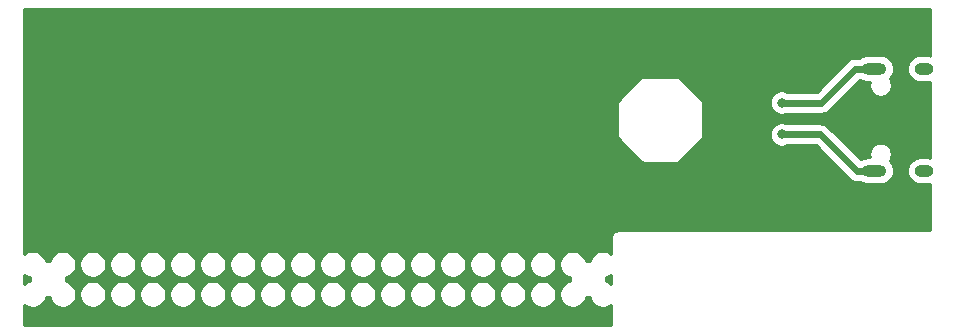
<source format=gbl>
G04 #@! TF.GenerationSoftware,KiCad,Pcbnew,(5.1.5)-3*
G04 #@! TF.CreationDate,2021-11-01T10:18:24+01:00*
G04 #@! TF.ProjectId,rp4b-power-adapter,72703462-2d70-46f7-9765-722d61646170,rev?*
G04 #@! TF.SameCoordinates,PX5f5e100PY6052340*
G04 #@! TF.FileFunction,Copper,L2,Bot*
G04 #@! TF.FilePolarity,Positive*
%FSLAX46Y46*%
G04 Gerber Fmt 4.6, Leading zero omitted, Abs format (unit mm)*
G04 Created by KiCad (PCBNEW (5.1.5)-3) date 2021-11-01 10:18:24*
%MOMM*%
%LPD*%
G04 APERTURE LIST*
%ADD10O,2.100000X1.000000*%
%ADD11O,1.600000X1.000000*%
%ADD12C,0.800000*%
%ADD13C,0.600000*%
%ADD14C,0.400000*%
%ADD15C,0.254000*%
G04 APERTURE END LIST*
D10*
X72620000Y22320000D03*
X72620000Y13680000D03*
D11*
X76800000Y13680000D03*
X76800000Y22320000D03*
D12*
X64800000Y16750000D03*
X64800000Y19450000D03*
D13*
X71170000Y13680000D02*
X72620000Y13680000D01*
D14*
X71120000Y13680000D02*
X71170000Y13680000D01*
D13*
X64800000Y16750000D02*
X68050000Y16750000D01*
X68050000Y16750000D02*
X71120000Y13680000D01*
X64800000Y19450000D02*
X68150000Y19450000D01*
X71020000Y22320000D02*
X72620000Y22320000D01*
X68150000Y19450000D02*
X71020000Y22320000D01*
D15*
G36*
X77345001Y23426526D02*
G01*
X77321519Y23433649D01*
X77155507Y23450000D01*
X76444493Y23450000D01*
X76278481Y23433649D01*
X76065476Y23369035D01*
X75869168Y23264106D01*
X75697104Y23122896D01*
X75555894Y22950832D01*
X75450965Y22754524D01*
X75386351Y22541519D01*
X75364533Y22320000D01*
X75386351Y22098481D01*
X75450965Y21885476D01*
X75555894Y21689168D01*
X75697104Y21517104D01*
X75869168Y21375894D01*
X76065476Y21270965D01*
X76278481Y21206351D01*
X76444493Y21190000D01*
X77155507Y21190000D01*
X77321519Y21206351D01*
X77345001Y21213474D01*
X77345000Y14786526D01*
X77321519Y14793649D01*
X77155507Y14810000D01*
X76444493Y14810000D01*
X76278481Y14793649D01*
X76065476Y14729035D01*
X75869168Y14624106D01*
X75697104Y14482896D01*
X75555894Y14310832D01*
X75450965Y14114524D01*
X75386351Y13901519D01*
X75364533Y13680000D01*
X75386351Y13458481D01*
X75450965Y13245476D01*
X75555894Y13049168D01*
X75697104Y12877104D01*
X75869168Y12735894D01*
X76065476Y12630965D01*
X76278481Y12566351D01*
X76444493Y12550000D01*
X77155507Y12550000D01*
X77321519Y12566351D01*
X77345000Y12573474D01*
X77345000Y8655000D01*
X51032174Y8655000D01*
X51000000Y8658169D01*
X50967826Y8655000D01*
X50871598Y8645522D01*
X50748130Y8608069D01*
X50634341Y8547248D01*
X50534604Y8465396D01*
X50452752Y8365659D01*
X50391931Y8251870D01*
X50354478Y8128402D01*
X50341831Y8000000D01*
X50345001Y7967816D01*
X50345001Y6663318D01*
X50169993Y6780255D01*
X49962526Y6866190D01*
X49742280Y6910000D01*
X49517720Y6910000D01*
X49297474Y6866190D01*
X49090007Y6780255D01*
X48903292Y6655496D01*
X48744504Y6496708D01*
X48619745Y6309993D01*
X48533810Y6102526D01*
X48519053Y6028337D01*
X48510692Y6030000D01*
X48209308Y6030000D01*
X48200947Y6028337D01*
X48186190Y6102526D01*
X48100255Y6309993D01*
X47975496Y6496708D01*
X47816708Y6655496D01*
X47629993Y6780255D01*
X47422526Y6866190D01*
X47202280Y6910000D01*
X46977720Y6910000D01*
X46757474Y6866190D01*
X46550007Y6780255D01*
X46363292Y6655496D01*
X46204504Y6496708D01*
X46079745Y6309993D01*
X45993810Y6102526D01*
X45950000Y5882280D01*
X45950000Y5657720D01*
X45993810Y5437474D01*
X46079745Y5230007D01*
X46204504Y5043292D01*
X46363292Y4884504D01*
X46550007Y4759745D01*
X46757474Y4673810D01*
X46831663Y4659053D01*
X46830000Y4650692D01*
X46830000Y4349308D01*
X46831663Y4340947D01*
X46757474Y4326190D01*
X46550007Y4240255D01*
X46363292Y4115496D01*
X46204504Y3956708D01*
X46079745Y3769993D01*
X45993810Y3562526D01*
X45950000Y3342280D01*
X45950000Y3117720D01*
X45993810Y2897474D01*
X46079745Y2690007D01*
X46204504Y2503292D01*
X46363292Y2344504D01*
X46550007Y2219745D01*
X46757474Y2133810D01*
X46977720Y2090000D01*
X47202280Y2090000D01*
X47422526Y2133810D01*
X47629993Y2219745D01*
X47816708Y2344504D01*
X47975496Y2503292D01*
X48100255Y2690007D01*
X48186190Y2897474D01*
X48200947Y2971663D01*
X48209308Y2970000D01*
X48510692Y2970000D01*
X48519053Y2971663D01*
X48533810Y2897474D01*
X48619745Y2690007D01*
X48744504Y2503292D01*
X48903292Y2344504D01*
X49090007Y2219745D01*
X49297474Y2133810D01*
X49517720Y2090000D01*
X49742280Y2090000D01*
X49962526Y2133810D01*
X50169993Y2219745D01*
X50345000Y2336681D01*
X50345000Y967827D01*
X50345001Y967817D01*
X50345001Y655000D01*
X655000Y655000D01*
X655000Y2336681D01*
X830007Y2219745D01*
X1037474Y2133810D01*
X1257720Y2090000D01*
X1482280Y2090000D01*
X1702526Y2133810D01*
X1909993Y2219745D01*
X2096708Y2344504D01*
X2255496Y2503292D01*
X2380255Y2690007D01*
X2466190Y2897474D01*
X2480947Y2971663D01*
X2489308Y2970000D01*
X2790692Y2970000D01*
X2799053Y2971663D01*
X2813810Y2897474D01*
X2899745Y2690007D01*
X3024504Y2503292D01*
X3183292Y2344504D01*
X3370007Y2219745D01*
X3577474Y2133810D01*
X3797720Y2090000D01*
X4022280Y2090000D01*
X4242526Y2133810D01*
X4449993Y2219745D01*
X4636708Y2344504D01*
X4795496Y2503292D01*
X4920255Y2690007D01*
X5006190Y2897474D01*
X5050000Y3117720D01*
X5050000Y3342280D01*
X5310000Y3342280D01*
X5310000Y3117720D01*
X5353810Y2897474D01*
X5439745Y2690007D01*
X5564504Y2503292D01*
X5723292Y2344504D01*
X5910007Y2219745D01*
X6117474Y2133810D01*
X6337720Y2090000D01*
X6562280Y2090000D01*
X6782526Y2133810D01*
X6989993Y2219745D01*
X7176708Y2344504D01*
X7335496Y2503292D01*
X7460255Y2690007D01*
X7546190Y2897474D01*
X7590000Y3117720D01*
X7590000Y3342280D01*
X7850000Y3342280D01*
X7850000Y3117720D01*
X7893810Y2897474D01*
X7979745Y2690007D01*
X8104504Y2503292D01*
X8263292Y2344504D01*
X8450007Y2219745D01*
X8657474Y2133810D01*
X8877720Y2090000D01*
X9102280Y2090000D01*
X9322526Y2133810D01*
X9529993Y2219745D01*
X9716708Y2344504D01*
X9875496Y2503292D01*
X10000255Y2690007D01*
X10086190Y2897474D01*
X10130000Y3117720D01*
X10130000Y3342280D01*
X10390000Y3342280D01*
X10390000Y3117720D01*
X10433810Y2897474D01*
X10519745Y2690007D01*
X10644504Y2503292D01*
X10803292Y2344504D01*
X10990007Y2219745D01*
X11197474Y2133810D01*
X11417720Y2090000D01*
X11642280Y2090000D01*
X11862526Y2133810D01*
X12069993Y2219745D01*
X12256708Y2344504D01*
X12415496Y2503292D01*
X12540255Y2690007D01*
X12626190Y2897474D01*
X12670000Y3117720D01*
X12670000Y3342280D01*
X12930000Y3342280D01*
X12930000Y3117720D01*
X12973810Y2897474D01*
X13059745Y2690007D01*
X13184504Y2503292D01*
X13343292Y2344504D01*
X13530007Y2219745D01*
X13737474Y2133810D01*
X13957720Y2090000D01*
X14182280Y2090000D01*
X14402526Y2133810D01*
X14609993Y2219745D01*
X14796708Y2344504D01*
X14955496Y2503292D01*
X15080255Y2690007D01*
X15166190Y2897474D01*
X15210000Y3117720D01*
X15210000Y3342280D01*
X15470000Y3342280D01*
X15470000Y3117720D01*
X15513810Y2897474D01*
X15599745Y2690007D01*
X15724504Y2503292D01*
X15883292Y2344504D01*
X16070007Y2219745D01*
X16277474Y2133810D01*
X16497720Y2090000D01*
X16722280Y2090000D01*
X16942526Y2133810D01*
X17149993Y2219745D01*
X17336708Y2344504D01*
X17495496Y2503292D01*
X17620255Y2690007D01*
X17706190Y2897474D01*
X17750000Y3117720D01*
X17750000Y3342280D01*
X18010000Y3342280D01*
X18010000Y3117720D01*
X18053810Y2897474D01*
X18139745Y2690007D01*
X18264504Y2503292D01*
X18423292Y2344504D01*
X18610007Y2219745D01*
X18817474Y2133810D01*
X19037720Y2090000D01*
X19262280Y2090000D01*
X19482526Y2133810D01*
X19689993Y2219745D01*
X19876708Y2344504D01*
X20035496Y2503292D01*
X20160255Y2690007D01*
X20246190Y2897474D01*
X20290000Y3117720D01*
X20290000Y3342280D01*
X20550000Y3342280D01*
X20550000Y3117720D01*
X20593810Y2897474D01*
X20679745Y2690007D01*
X20804504Y2503292D01*
X20963292Y2344504D01*
X21150007Y2219745D01*
X21357474Y2133810D01*
X21577720Y2090000D01*
X21802280Y2090000D01*
X22022526Y2133810D01*
X22229993Y2219745D01*
X22416708Y2344504D01*
X22575496Y2503292D01*
X22700255Y2690007D01*
X22786190Y2897474D01*
X22830000Y3117720D01*
X22830000Y3342280D01*
X23090000Y3342280D01*
X23090000Y3117720D01*
X23133810Y2897474D01*
X23219745Y2690007D01*
X23344504Y2503292D01*
X23503292Y2344504D01*
X23690007Y2219745D01*
X23897474Y2133810D01*
X24117720Y2090000D01*
X24342280Y2090000D01*
X24562526Y2133810D01*
X24769993Y2219745D01*
X24956708Y2344504D01*
X25115496Y2503292D01*
X25240255Y2690007D01*
X25326190Y2897474D01*
X25370000Y3117720D01*
X25370000Y3342280D01*
X25630000Y3342280D01*
X25630000Y3117720D01*
X25673810Y2897474D01*
X25759745Y2690007D01*
X25884504Y2503292D01*
X26043292Y2344504D01*
X26230007Y2219745D01*
X26437474Y2133810D01*
X26657720Y2090000D01*
X26882280Y2090000D01*
X27102526Y2133810D01*
X27309993Y2219745D01*
X27496708Y2344504D01*
X27655496Y2503292D01*
X27780255Y2690007D01*
X27866190Y2897474D01*
X27910000Y3117720D01*
X27910000Y3342280D01*
X28170000Y3342280D01*
X28170000Y3117720D01*
X28213810Y2897474D01*
X28299745Y2690007D01*
X28424504Y2503292D01*
X28583292Y2344504D01*
X28770007Y2219745D01*
X28977474Y2133810D01*
X29197720Y2090000D01*
X29422280Y2090000D01*
X29642526Y2133810D01*
X29849993Y2219745D01*
X30036708Y2344504D01*
X30195496Y2503292D01*
X30320255Y2690007D01*
X30406190Y2897474D01*
X30450000Y3117720D01*
X30450000Y3342280D01*
X30710000Y3342280D01*
X30710000Y3117720D01*
X30753810Y2897474D01*
X30839745Y2690007D01*
X30964504Y2503292D01*
X31123292Y2344504D01*
X31310007Y2219745D01*
X31517474Y2133810D01*
X31737720Y2090000D01*
X31962280Y2090000D01*
X32182526Y2133810D01*
X32389993Y2219745D01*
X32576708Y2344504D01*
X32735496Y2503292D01*
X32860255Y2690007D01*
X32946190Y2897474D01*
X32990000Y3117720D01*
X32990000Y3342280D01*
X33250000Y3342280D01*
X33250000Y3117720D01*
X33293810Y2897474D01*
X33379745Y2690007D01*
X33504504Y2503292D01*
X33663292Y2344504D01*
X33850007Y2219745D01*
X34057474Y2133810D01*
X34277720Y2090000D01*
X34502280Y2090000D01*
X34722526Y2133810D01*
X34929993Y2219745D01*
X35116708Y2344504D01*
X35275496Y2503292D01*
X35400255Y2690007D01*
X35486190Y2897474D01*
X35530000Y3117720D01*
X35530000Y3342280D01*
X35790000Y3342280D01*
X35790000Y3117720D01*
X35833810Y2897474D01*
X35919745Y2690007D01*
X36044504Y2503292D01*
X36203292Y2344504D01*
X36390007Y2219745D01*
X36597474Y2133810D01*
X36817720Y2090000D01*
X37042280Y2090000D01*
X37262526Y2133810D01*
X37469993Y2219745D01*
X37656708Y2344504D01*
X37815496Y2503292D01*
X37940255Y2690007D01*
X38026190Y2897474D01*
X38070000Y3117720D01*
X38070000Y3342280D01*
X38330000Y3342280D01*
X38330000Y3117720D01*
X38373810Y2897474D01*
X38459745Y2690007D01*
X38584504Y2503292D01*
X38743292Y2344504D01*
X38930007Y2219745D01*
X39137474Y2133810D01*
X39357720Y2090000D01*
X39582280Y2090000D01*
X39802526Y2133810D01*
X40009993Y2219745D01*
X40196708Y2344504D01*
X40355496Y2503292D01*
X40480255Y2690007D01*
X40566190Y2897474D01*
X40610000Y3117720D01*
X40610000Y3342280D01*
X40870000Y3342280D01*
X40870000Y3117720D01*
X40913810Y2897474D01*
X40999745Y2690007D01*
X41124504Y2503292D01*
X41283292Y2344504D01*
X41470007Y2219745D01*
X41677474Y2133810D01*
X41897720Y2090000D01*
X42122280Y2090000D01*
X42342526Y2133810D01*
X42549993Y2219745D01*
X42736708Y2344504D01*
X42895496Y2503292D01*
X43020255Y2690007D01*
X43106190Y2897474D01*
X43150000Y3117720D01*
X43150000Y3342280D01*
X43410000Y3342280D01*
X43410000Y3117720D01*
X43453810Y2897474D01*
X43539745Y2690007D01*
X43664504Y2503292D01*
X43823292Y2344504D01*
X44010007Y2219745D01*
X44217474Y2133810D01*
X44437720Y2090000D01*
X44662280Y2090000D01*
X44882526Y2133810D01*
X45089993Y2219745D01*
X45276708Y2344504D01*
X45435496Y2503292D01*
X45560255Y2690007D01*
X45646190Y2897474D01*
X45690000Y3117720D01*
X45690000Y3342280D01*
X45646190Y3562526D01*
X45560255Y3769993D01*
X45435496Y3956708D01*
X45276708Y4115496D01*
X45089993Y4240255D01*
X44882526Y4326190D01*
X44662280Y4370000D01*
X44437720Y4370000D01*
X44217474Y4326190D01*
X44010007Y4240255D01*
X43823292Y4115496D01*
X43664504Y3956708D01*
X43539745Y3769993D01*
X43453810Y3562526D01*
X43410000Y3342280D01*
X43150000Y3342280D01*
X43106190Y3562526D01*
X43020255Y3769993D01*
X42895496Y3956708D01*
X42736708Y4115496D01*
X42549993Y4240255D01*
X42342526Y4326190D01*
X42122280Y4370000D01*
X41897720Y4370000D01*
X41677474Y4326190D01*
X41470007Y4240255D01*
X41283292Y4115496D01*
X41124504Y3956708D01*
X40999745Y3769993D01*
X40913810Y3562526D01*
X40870000Y3342280D01*
X40610000Y3342280D01*
X40566190Y3562526D01*
X40480255Y3769993D01*
X40355496Y3956708D01*
X40196708Y4115496D01*
X40009993Y4240255D01*
X39802526Y4326190D01*
X39582280Y4370000D01*
X39357720Y4370000D01*
X39137474Y4326190D01*
X38930007Y4240255D01*
X38743292Y4115496D01*
X38584504Y3956708D01*
X38459745Y3769993D01*
X38373810Y3562526D01*
X38330000Y3342280D01*
X38070000Y3342280D01*
X38026190Y3562526D01*
X37940255Y3769993D01*
X37815496Y3956708D01*
X37656708Y4115496D01*
X37469993Y4240255D01*
X37262526Y4326190D01*
X37042280Y4370000D01*
X36817720Y4370000D01*
X36597474Y4326190D01*
X36390007Y4240255D01*
X36203292Y4115496D01*
X36044504Y3956708D01*
X35919745Y3769993D01*
X35833810Y3562526D01*
X35790000Y3342280D01*
X35530000Y3342280D01*
X35486190Y3562526D01*
X35400255Y3769993D01*
X35275496Y3956708D01*
X35116708Y4115496D01*
X34929993Y4240255D01*
X34722526Y4326190D01*
X34502280Y4370000D01*
X34277720Y4370000D01*
X34057474Y4326190D01*
X33850007Y4240255D01*
X33663292Y4115496D01*
X33504504Y3956708D01*
X33379745Y3769993D01*
X33293810Y3562526D01*
X33250000Y3342280D01*
X32990000Y3342280D01*
X32946190Y3562526D01*
X32860255Y3769993D01*
X32735496Y3956708D01*
X32576708Y4115496D01*
X32389993Y4240255D01*
X32182526Y4326190D01*
X31962280Y4370000D01*
X31737720Y4370000D01*
X31517474Y4326190D01*
X31310007Y4240255D01*
X31123292Y4115496D01*
X30964504Y3956708D01*
X30839745Y3769993D01*
X30753810Y3562526D01*
X30710000Y3342280D01*
X30450000Y3342280D01*
X30406190Y3562526D01*
X30320255Y3769993D01*
X30195496Y3956708D01*
X30036708Y4115496D01*
X29849993Y4240255D01*
X29642526Y4326190D01*
X29422280Y4370000D01*
X29197720Y4370000D01*
X28977474Y4326190D01*
X28770007Y4240255D01*
X28583292Y4115496D01*
X28424504Y3956708D01*
X28299745Y3769993D01*
X28213810Y3562526D01*
X28170000Y3342280D01*
X27910000Y3342280D01*
X27866190Y3562526D01*
X27780255Y3769993D01*
X27655496Y3956708D01*
X27496708Y4115496D01*
X27309993Y4240255D01*
X27102526Y4326190D01*
X26882280Y4370000D01*
X26657720Y4370000D01*
X26437474Y4326190D01*
X26230007Y4240255D01*
X26043292Y4115496D01*
X25884504Y3956708D01*
X25759745Y3769993D01*
X25673810Y3562526D01*
X25630000Y3342280D01*
X25370000Y3342280D01*
X25326190Y3562526D01*
X25240255Y3769993D01*
X25115496Y3956708D01*
X24956708Y4115496D01*
X24769993Y4240255D01*
X24562526Y4326190D01*
X24342280Y4370000D01*
X24117720Y4370000D01*
X23897474Y4326190D01*
X23690007Y4240255D01*
X23503292Y4115496D01*
X23344504Y3956708D01*
X23219745Y3769993D01*
X23133810Y3562526D01*
X23090000Y3342280D01*
X22830000Y3342280D01*
X22786190Y3562526D01*
X22700255Y3769993D01*
X22575496Y3956708D01*
X22416708Y4115496D01*
X22229993Y4240255D01*
X22022526Y4326190D01*
X21802280Y4370000D01*
X21577720Y4370000D01*
X21357474Y4326190D01*
X21150007Y4240255D01*
X20963292Y4115496D01*
X20804504Y3956708D01*
X20679745Y3769993D01*
X20593810Y3562526D01*
X20550000Y3342280D01*
X20290000Y3342280D01*
X20246190Y3562526D01*
X20160255Y3769993D01*
X20035496Y3956708D01*
X19876708Y4115496D01*
X19689993Y4240255D01*
X19482526Y4326190D01*
X19262280Y4370000D01*
X19037720Y4370000D01*
X18817474Y4326190D01*
X18610007Y4240255D01*
X18423292Y4115496D01*
X18264504Y3956708D01*
X18139745Y3769993D01*
X18053810Y3562526D01*
X18010000Y3342280D01*
X17750000Y3342280D01*
X17706190Y3562526D01*
X17620255Y3769993D01*
X17495496Y3956708D01*
X17336708Y4115496D01*
X17149993Y4240255D01*
X16942526Y4326190D01*
X16722280Y4370000D01*
X16497720Y4370000D01*
X16277474Y4326190D01*
X16070007Y4240255D01*
X15883292Y4115496D01*
X15724504Y3956708D01*
X15599745Y3769993D01*
X15513810Y3562526D01*
X15470000Y3342280D01*
X15210000Y3342280D01*
X15166190Y3562526D01*
X15080255Y3769993D01*
X14955496Y3956708D01*
X14796708Y4115496D01*
X14609993Y4240255D01*
X14402526Y4326190D01*
X14182280Y4370000D01*
X13957720Y4370000D01*
X13737474Y4326190D01*
X13530007Y4240255D01*
X13343292Y4115496D01*
X13184504Y3956708D01*
X13059745Y3769993D01*
X12973810Y3562526D01*
X12930000Y3342280D01*
X12670000Y3342280D01*
X12626190Y3562526D01*
X12540255Y3769993D01*
X12415496Y3956708D01*
X12256708Y4115496D01*
X12069993Y4240255D01*
X11862526Y4326190D01*
X11642280Y4370000D01*
X11417720Y4370000D01*
X11197474Y4326190D01*
X10990007Y4240255D01*
X10803292Y4115496D01*
X10644504Y3956708D01*
X10519745Y3769993D01*
X10433810Y3562526D01*
X10390000Y3342280D01*
X10130000Y3342280D01*
X10086190Y3562526D01*
X10000255Y3769993D01*
X9875496Y3956708D01*
X9716708Y4115496D01*
X9529993Y4240255D01*
X9322526Y4326190D01*
X9102280Y4370000D01*
X8877720Y4370000D01*
X8657474Y4326190D01*
X8450007Y4240255D01*
X8263292Y4115496D01*
X8104504Y3956708D01*
X7979745Y3769993D01*
X7893810Y3562526D01*
X7850000Y3342280D01*
X7590000Y3342280D01*
X7546190Y3562526D01*
X7460255Y3769993D01*
X7335496Y3956708D01*
X7176708Y4115496D01*
X6989993Y4240255D01*
X6782526Y4326190D01*
X6562280Y4370000D01*
X6337720Y4370000D01*
X6117474Y4326190D01*
X5910007Y4240255D01*
X5723292Y4115496D01*
X5564504Y3956708D01*
X5439745Y3769993D01*
X5353810Y3562526D01*
X5310000Y3342280D01*
X5050000Y3342280D01*
X5006190Y3562526D01*
X4920255Y3769993D01*
X4795496Y3956708D01*
X4636708Y4115496D01*
X4449993Y4240255D01*
X4242526Y4326190D01*
X4168337Y4340947D01*
X4170000Y4349308D01*
X4170000Y4650692D01*
X4168337Y4659053D01*
X4242526Y4673810D01*
X4449993Y4759745D01*
X4636708Y4884504D01*
X4795496Y5043292D01*
X4920255Y5230007D01*
X5006190Y5437474D01*
X5050000Y5657720D01*
X5050000Y5882280D01*
X5310000Y5882280D01*
X5310000Y5657720D01*
X5353810Y5437474D01*
X5439745Y5230007D01*
X5564504Y5043292D01*
X5723292Y4884504D01*
X5910007Y4759745D01*
X6117474Y4673810D01*
X6337720Y4630000D01*
X6562280Y4630000D01*
X6782526Y4673810D01*
X6989993Y4759745D01*
X7176708Y4884504D01*
X7335496Y5043292D01*
X7460255Y5230007D01*
X7546190Y5437474D01*
X7590000Y5657720D01*
X7590000Y5882280D01*
X7850000Y5882280D01*
X7850000Y5657720D01*
X7893810Y5437474D01*
X7979745Y5230007D01*
X8104504Y5043292D01*
X8263292Y4884504D01*
X8450007Y4759745D01*
X8657474Y4673810D01*
X8877720Y4630000D01*
X9102280Y4630000D01*
X9322526Y4673810D01*
X9529993Y4759745D01*
X9716708Y4884504D01*
X9875496Y5043292D01*
X10000255Y5230007D01*
X10086190Y5437474D01*
X10130000Y5657720D01*
X10130000Y5882280D01*
X10390000Y5882280D01*
X10390000Y5657720D01*
X10433810Y5437474D01*
X10519745Y5230007D01*
X10644504Y5043292D01*
X10803292Y4884504D01*
X10990007Y4759745D01*
X11197474Y4673810D01*
X11417720Y4630000D01*
X11642280Y4630000D01*
X11862526Y4673810D01*
X12069993Y4759745D01*
X12256708Y4884504D01*
X12415496Y5043292D01*
X12540255Y5230007D01*
X12626190Y5437474D01*
X12670000Y5657720D01*
X12670000Y5882280D01*
X12930000Y5882280D01*
X12930000Y5657720D01*
X12973810Y5437474D01*
X13059745Y5230007D01*
X13184504Y5043292D01*
X13343292Y4884504D01*
X13530007Y4759745D01*
X13737474Y4673810D01*
X13957720Y4630000D01*
X14182280Y4630000D01*
X14402526Y4673810D01*
X14609993Y4759745D01*
X14796708Y4884504D01*
X14955496Y5043292D01*
X15080255Y5230007D01*
X15166190Y5437474D01*
X15210000Y5657720D01*
X15210000Y5882280D01*
X15470000Y5882280D01*
X15470000Y5657720D01*
X15513810Y5437474D01*
X15599745Y5230007D01*
X15724504Y5043292D01*
X15883292Y4884504D01*
X16070007Y4759745D01*
X16277474Y4673810D01*
X16497720Y4630000D01*
X16722280Y4630000D01*
X16942526Y4673810D01*
X17149993Y4759745D01*
X17336708Y4884504D01*
X17495496Y5043292D01*
X17620255Y5230007D01*
X17706190Y5437474D01*
X17750000Y5657720D01*
X17750000Y5882280D01*
X18010000Y5882280D01*
X18010000Y5657720D01*
X18053810Y5437474D01*
X18139745Y5230007D01*
X18264504Y5043292D01*
X18423292Y4884504D01*
X18610007Y4759745D01*
X18817474Y4673810D01*
X19037720Y4630000D01*
X19262280Y4630000D01*
X19482526Y4673810D01*
X19689993Y4759745D01*
X19876708Y4884504D01*
X20035496Y5043292D01*
X20160255Y5230007D01*
X20246190Y5437474D01*
X20290000Y5657720D01*
X20290000Y5882280D01*
X20550000Y5882280D01*
X20550000Y5657720D01*
X20593810Y5437474D01*
X20679745Y5230007D01*
X20804504Y5043292D01*
X20963292Y4884504D01*
X21150007Y4759745D01*
X21357474Y4673810D01*
X21577720Y4630000D01*
X21802280Y4630000D01*
X22022526Y4673810D01*
X22229993Y4759745D01*
X22416708Y4884504D01*
X22575496Y5043292D01*
X22700255Y5230007D01*
X22786190Y5437474D01*
X22830000Y5657720D01*
X22830000Y5882280D01*
X23090000Y5882280D01*
X23090000Y5657720D01*
X23133810Y5437474D01*
X23219745Y5230007D01*
X23344504Y5043292D01*
X23503292Y4884504D01*
X23690007Y4759745D01*
X23897474Y4673810D01*
X24117720Y4630000D01*
X24342280Y4630000D01*
X24562526Y4673810D01*
X24769993Y4759745D01*
X24956708Y4884504D01*
X25115496Y5043292D01*
X25240255Y5230007D01*
X25326190Y5437474D01*
X25370000Y5657720D01*
X25370000Y5882280D01*
X25630000Y5882280D01*
X25630000Y5657720D01*
X25673810Y5437474D01*
X25759745Y5230007D01*
X25884504Y5043292D01*
X26043292Y4884504D01*
X26230007Y4759745D01*
X26437474Y4673810D01*
X26657720Y4630000D01*
X26882280Y4630000D01*
X27102526Y4673810D01*
X27309993Y4759745D01*
X27496708Y4884504D01*
X27655496Y5043292D01*
X27780255Y5230007D01*
X27866190Y5437474D01*
X27910000Y5657720D01*
X27910000Y5882280D01*
X28170000Y5882280D01*
X28170000Y5657720D01*
X28213810Y5437474D01*
X28299745Y5230007D01*
X28424504Y5043292D01*
X28583292Y4884504D01*
X28770007Y4759745D01*
X28977474Y4673810D01*
X29197720Y4630000D01*
X29422280Y4630000D01*
X29642526Y4673810D01*
X29849993Y4759745D01*
X30036708Y4884504D01*
X30195496Y5043292D01*
X30320255Y5230007D01*
X30406190Y5437474D01*
X30450000Y5657720D01*
X30450000Y5882280D01*
X30710000Y5882280D01*
X30710000Y5657720D01*
X30753810Y5437474D01*
X30839745Y5230007D01*
X30964504Y5043292D01*
X31123292Y4884504D01*
X31310007Y4759745D01*
X31517474Y4673810D01*
X31737720Y4630000D01*
X31962280Y4630000D01*
X32182526Y4673810D01*
X32389993Y4759745D01*
X32576708Y4884504D01*
X32735496Y5043292D01*
X32860255Y5230007D01*
X32946190Y5437474D01*
X32990000Y5657720D01*
X32990000Y5882280D01*
X33250000Y5882280D01*
X33250000Y5657720D01*
X33293810Y5437474D01*
X33379745Y5230007D01*
X33504504Y5043292D01*
X33663292Y4884504D01*
X33850007Y4759745D01*
X34057474Y4673810D01*
X34277720Y4630000D01*
X34502280Y4630000D01*
X34722526Y4673810D01*
X34929993Y4759745D01*
X35116708Y4884504D01*
X35275496Y5043292D01*
X35400255Y5230007D01*
X35486190Y5437474D01*
X35530000Y5657720D01*
X35530000Y5882280D01*
X35790000Y5882280D01*
X35790000Y5657720D01*
X35833810Y5437474D01*
X35919745Y5230007D01*
X36044504Y5043292D01*
X36203292Y4884504D01*
X36390007Y4759745D01*
X36597474Y4673810D01*
X36817720Y4630000D01*
X37042280Y4630000D01*
X37262526Y4673810D01*
X37469993Y4759745D01*
X37656708Y4884504D01*
X37815496Y5043292D01*
X37940255Y5230007D01*
X38026190Y5437474D01*
X38070000Y5657720D01*
X38070000Y5882280D01*
X38330000Y5882280D01*
X38330000Y5657720D01*
X38373810Y5437474D01*
X38459745Y5230007D01*
X38584504Y5043292D01*
X38743292Y4884504D01*
X38930007Y4759745D01*
X39137474Y4673810D01*
X39357720Y4630000D01*
X39582280Y4630000D01*
X39802526Y4673810D01*
X40009993Y4759745D01*
X40196708Y4884504D01*
X40355496Y5043292D01*
X40480255Y5230007D01*
X40566190Y5437474D01*
X40610000Y5657720D01*
X40610000Y5882280D01*
X40870000Y5882280D01*
X40870000Y5657720D01*
X40913810Y5437474D01*
X40999745Y5230007D01*
X41124504Y5043292D01*
X41283292Y4884504D01*
X41470007Y4759745D01*
X41677474Y4673810D01*
X41897720Y4630000D01*
X42122280Y4630000D01*
X42342526Y4673810D01*
X42549993Y4759745D01*
X42736708Y4884504D01*
X42895496Y5043292D01*
X43020255Y5230007D01*
X43106190Y5437474D01*
X43150000Y5657720D01*
X43150000Y5882280D01*
X43410000Y5882280D01*
X43410000Y5657720D01*
X43453810Y5437474D01*
X43539745Y5230007D01*
X43664504Y5043292D01*
X43823292Y4884504D01*
X44010007Y4759745D01*
X44217474Y4673810D01*
X44437720Y4630000D01*
X44662280Y4630000D01*
X44882526Y4673810D01*
X45089993Y4759745D01*
X45276708Y4884504D01*
X45435496Y5043292D01*
X45560255Y5230007D01*
X45646190Y5437474D01*
X45690000Y5657720D01*
X45690000Y5882280D01*
X45646190Y6102526D01*
X45560255Y6309993D01*
X45435496Y6496708D01*
X45276708Y6655496D01*
X45089993Y6780255D01*
X44882526Y6866190D01*
X44662280Y6910000D01*
X44437720Y6910000D01*
X44217474Y6866190D01*
X44010007Y6780255D01*
X43823292Y6655496D01*
X43664504Y6496708D01*
X43539745Y6309993D01*
X43453810Y6102526D01*
X43410000Y5882280D01*
X43150000Y5882280D01*
X43106190Y6102526D01*
X43020255Y6309993D01*
X42895496Y6496708D01*
X42736708Y6655496D01*
X42549993Y6780255D01*
X42342526Y6866190D01*
X42122280Y6910000D01*
X41897720Y6910000D01*
X41677474Y6866190D01*
X41470007Y6780255D01*
X41283292Y6655496D01*
X41124504Y6496708D01*
X40999745Y6309993D01*
X40913810Y6102526D01*
X40870000Y5882280D01*
X40610000Y5882280D01*
X40566190Y6102526D01*
X40480255Y6309993D01*
X40355496Y6496708D01*
X40196708Y6655496D01*
X40009993Y6780255D01*
X39802526Y6866190D01*
X39582280Y6910000D01*
X39357720Y6910000D01*
X39137474Y6866190D01*
X38930007Y6780255D01*
X38743292Y6655496D01*
X38584504Y6496708D01*
X38459745Y6309993D01*
X38373810Y6102526D01*
X38330000Y5882280D01*
X38070000Y5882280D01*
X38026190Y6102526D01*
X37940255Y6309993D01*
X37815496Y6496708D01*
X37656708Y6655496D01*
X37469993Y6780255D01*
X37262526Y6866190D01*
X37042280Y6910000D01*
X36817720Y6910000D01*
X36597474Y6866190D01*
X36390007Y6780255D01*
X36203292Y6655496D01*
X36044504Y6496708D01*
X35919745Y6309993D01*
X35833810Y6102526D01*
X35790000Y5882280D01*
X35530000Y5882280D01*
X35486190Y6102526D01*
X35400255Y6309993D01*
X35275496Y6496708D01*
X35116708Y6655496D01*
X34929993Y6780255D01*
X34722526Y6866190D01*
X34502280Y6910000D01*
X34277720Y6910000D01*
X34057474Y6866190D01*
X33850007Y6780255D01*
X33663292Y6655496D01*
X33504504Y6496708D01*
X33379745Y6309993D01*
X33293810Y6102526D01*
X33250000Y5882280D01*
X32990000Y5882280D01*
X32946190Y6102526D01*
X32860255Y6309993D01*
X32735496Y6496708D01*
X32576708Y6655496D01*
X32389993Y6780255D01*
X32182526Y6866190D01*
X31962280Y6910000D01*
X31737720Y6910000D01*
X31517474Y6866190D01*
X31310007Y6780255D01*
X31123292Y6655496D01*
X30964504Y6496708D01*
X30839745Y6309993D01*
X30753810Y6102526D01*
X30710000Y5882280D01*
X30450000Y5882280D01*
X30406190Y6102526D01*
X30320255Y6309993D01*
X30195496Y6496708D01*
X30036708Y6655496D01*
X29849993Y6780255D01*
X29642526Y6866190D01*
X29422280Y6910000D01*
X29197720Y6910000D01*
X28977474Y6866190D01*
X28770007Y6780255D01*
X28583292Y6655496D01*
X28424504Y6496708D01*
X28299745Y6309993D01*
X28213810Y6102526D01*
X28170000Y5882280D01*
X27910000Y5882280D01*
X27866190Y6102526D01*
X27780255Y6309993D01*
X27655496Y6496708D01*
X27496708Y6655496D01*
X27309993Y6780255D01*
X27102526Y6866190D01*
X26882280Y6910000D01*
X26657720Y6910000D01*
X26437474Y6866190D01*
X26230007Y6780255D01*
X26043292Y6655496D01*
X25884504Y6496708D01*
X25759745Y6309993D01*
X25673810Y6102526D01*
X25630000Y5882280D01*
X25370000Y5882280D01*
X25326190Y6102526D01*
X25240255Y6309993D01*
X25115496Y6496708D01*
X24956708Y6655496D01*
X24769993Y6780255D01*
X24562526Y6866190D01*
X24342280Y6910000D01*
X24117720Y6910000D01*
X23897474Y6866190D01*
X23690007Y6780255D01*
X23503292Y6655496D01*
X23344504Y6496708D01*
X23219745Y6309993D01*
X23133810Y6102526D01*
X23090000Y5882280D01*
X22830000Y5882280D01*
X22786190Y6102526D01*
X22700255Y6309993D01*
X22575496Y6496708D01*
X22416708Y6655496D01*
X22229993Y6780255D01*
X22022526Y6866190D01*
X21802280Y6910000D01*
X21577720Y6910000D01*
X21357474Y6866190D01*
X21150007Y6780255D01*
X20963292Y6655496D01*
X20804504Y6496708D01*
X20679745Y6309993D01*
X20593810Y6102526D01*
X20550000Y5882280D01*
X20290000Y5882280D01*
X20246190Y6102526D01*
X20160255Y6309993D01*
X20035496Y6496708D01*
X19876708Y6655496D01*
X19689993Y6780255D01*
X19482526Y6866190D01*
X19262280Y6910000D01*
X19037720Y6910000D01*
X18817474Y6866190D01*
X18610007Y6780255D01*
X18423292Y6655496D01*
X18264504Y6496708D01*
X18139745Y6309993D01*
X18053810Y6102526D01*
X18010000Y5882280D01*
X17750000Y5882280D01*
X17706190Y6102526D01*
X17620255Y6309993D01*
X17495496Y6496708D01*
X17336708Y6655496D01*
X17149993Y6780255D01*
X16942526Y6866190D01*
X16722280Y6910000D01*
X16497720Y6910000D01*
X16277474Y6866190D01*
X16070007Y6780255D01*
X15883292Y6655496D01*
X15724504Y6496708D01*
X15599745Y6309993D01*
X15513810Y6102526D01*
X15470000Y5882280D01*
X15210000Y5882280D01*
X15166190Y6102526D01*
X15080255Y6309993D01*
X14955496Y6496708D01*
X14796708Y6655496D01*
X14609993Y6780255D01*
X14402526Y6866190D01*
X14182280Y6910000D01*
X13957720Y6910000D01*
X13737474Y6866190D01*
X13530007Y6780255D01*
X13343292Y6655496D01*
X13184504Y6496708D01*
X13059745Y6309993D01*
X12973810Y6102526D01*
X12930000Y5882280D01*
X12670000Y5882280D01*
X12626190Y6102526D01*
X12540255Y6309993D01*
X12415496Y6496708D01*
X12256708Y6655496D01*
X12069993Y6780255D01*
X11862526Y6866190D01*
X11642280Y6910000D01*
X11417720Y6910000D01*
X11197474Y6866190D01*
X10990007Y6780255D01*
X10803292Y6655496D01*
X10644504Y6496708D01*
X10519745Y6309993D01*
X10433810Y6102526D01*
X10390000Y5882280D01*
X10130000Y5882280D01*
X10086190Y6102526D01*
X10000255Y6309993D01*
X9875496Y6496708D01*
X9716708Y6655496D01*
X9529993Y6780255D01*
X9322526Y6866190D01*
X9102280Y6910000D01*
X8877720Y6910000D01*
X8657474Y6866190D01*
X8450007Y6780255D01*
X8263292Y6655496D01*
X8104504Y6496708D01*
X7979745Y6309993D01*
X7893810Y6102526D01*
X7850000Y5882280D01*
X7590000Y5882280D01*
X7546190Y6102526D01*
X7460255Y6309993D01*
X7335496Y6496708D01*
X7176708Y6655496D01*
X6989993Y6780255D01*
X6782526Y6866190D01*
X6562280Y6910000D01*
X6337720Y6910000D01*
X6117474Y6866190D01*
X5910007Y6780255D01*
X5723292Y6655496D01*
X5564504Y6496708D01*
X5439745Y6309993D01*
X5353810Y6102526D01*
X5310000Y5882280D01*
X5050000Y5882280D01*
X5006190Y6102526D01*
X4920255Y6309993D01*
X4795496Y6496708D01*
X4636708Y6655496D01*
X4449993Y6780255D01*
X4242526Y6866190D01*
X4022280Y6910000D01*
X3797720Y6910000D01*
X3577474Y6866190D01*
X3370007Y6780255D01*
X3183292Y6655496D01*
X3024504Y6496708D01*
X2899745Y6309993D01*
X2813810Y6102526D01*
X2799053Y6028337D01*
X2790692Y6030000D01*
X2489308Y6030000D01*
X2480947Y6028337D01*
X2466190Y6102526D01*
X2380255Y6309993D01*
X2255496Y6496708D01*
X2096708Y6655496D01*
X1909993Y6780255D01*
X1702526Y6866190D01*
X1482280Y6910000D01*
X1257720Y6910000D01*
X1037474Y6866190D01*
X830007Y6780255D01*
X655000Y6663319D01*
X655000Y19500000D01*
X50873000Y19500000D01*
X50873000Y16500000D01*
X50875440Y16475224D01*
X50882667Y16451399D01*
X50894403Y16429443D01*
X50910197Y16410197D01*
X52910197Y14410197D01*
X52929443Y14394403D01*
X52951399Y14382667D01*
X52975224Y14375440D01*
X53000000Y14373000D01*
X56000000Y14373000D01*
X56024776Y14375440D01*
X56048601Y14382667D01*
X56070557Y14394403D01*
X56089803Y14410197D01*
X58089803Y16410197D01*
X58105597Y16429443D01*
X58117333Y16451399D01*
X58124560Y16475224D01*
X58127000Y16500000D01*
X58127000Y16851446D01*
X63770000Y16851446D01*
X63770000Y16648554D01*
X63809582Y16449560D01*
X63887226Y16262112D01*
X63999947Y16093413D01*
X64143413Y15949947D01*
X64312112Y15837226D01*
X64499560Y15759582D01*
X64698554Y15720000D01*
X64901446Y15720000D01*
X65100440Y15759582D01*
X65246301Y15820000D01*
X67664783Y15820000D01*
X70494691Y12990090D01*
X70600820Y12902992D01*
X70762383Y12816636D01*
X70937688Y12763457D01*
X71120000Y12745501D01*
X71165680Y12750000D01*
X71421980Y12750000D01*
X71439168Y12735894D01*
X71635476Y12630965D01*
X71848481Y12566351D01*
X72014493Y12550000D01*
X73225507Y12550000D01*
X73391519Y12566351D01*
X73604524Y12630965D01*
X73800832Y12735894D01*
X73972896Y12877104D01*
X74114106Y13049168D01*
X74219035Y13245476D01*
X74283649Y13458481D01*
X74305467Y13680000D01*
X74283649Y13901519D01*
X74219035Y14114524D01*
X74114106Y14310832D01*
X73972896Y14482896D01*
X73912610Y14532372D01*
X73996310Y14657638D01*
X74068300Y14831437D01*
X74105000Y15015941D01*
X74105000Y15204059D01*
X74068300Y15388563D01*
X73996310Y15562362D01*
X73891797Y15718777D01*
X73758777Y15851797D01*
X73602362Y15956310D01*
X73428563Y16028300D01*
X73244059Y16065000D01*
X73055941Y16065000D01*
X72871437Y16028300D01*
X72697638Y15956310D01*
X72541223Y15851797D01*
X72408203Y15718777D01*
X72303690Y15562362D01*
X72231700Y15388563D01*
X72195000Y15204059D01*
X72195000Y15015941D01*
X72231700Y14831437D01*
X72240580Y14810000D01*
X72014493Y14810000D01*
X71848481Y14793649D01*
X71635476Y14729035D01*
X71473019Y14642200D01*
X68739921Y17375296D01*
X68710791Y17410791D01*
X68569180Y17527008D01*
X68407617Y17613364D01*
X68232312Y17666543D01*
X68095680Y17680000D01*
X68095679Y17680000D01*
X68050000Y17684499D01*
X68004321Y17680000D01*
X65246301Y17680000D01*
X65100440Y17740418D01*
X64901446Y17780000D01*
X64698554Y17780000D01*
X64499560Y17740418D01*
X64312112Y17662774D01*
X64143413Y17550053D01*
X63999947Y17406587D01*
X63887226Y17237888D01*
X63809582Y17050440D01*
X63770000Y16851446D01*
X58127000Y16851446D01*
X58127000Y19500000D01*
X58124560Y19524776D01*
X58117333Y19548601D01*
X58115813Y19551446D01*
X63770000Y19551446D01*
X63770000Y19348554D01*
X63809582Y19149560D01*
X63887226Y18962112D01*
X63999947Y18793413D01*
X64143413Y18649947D01*
X64312112Y18537226D01*
X64499560Y18459582D01*
X64698554Y18420000D01*
X64901446Y18420000D01*
X65100440Y18459582D01*
X65246301Y18520000D01*
X68104321Y18520000D01*
X68150000Y18515501D01*
X68195679Y18520000D01*
X68195680Y18520000D01*
X68332312Y18533457D01*
X68507617Y18586636D01*
X68669180Y18672992D01*
X68810791Y18789209D01*
X68839921Y18824704D01*
X71405218Y21390000D01*
X71421980Y21390000D01*
X71439168Y21375894D01*
X71635476Y21270965D01*
X71848481Y21206351D01*
X72014493Y21190000D01*
X72240580Y21190000D01*
X72231700Y21168563D01*
X72195000Y20984059D01*
X72195000Y20795941D01*
X72231700Y20611437D01*
X72303690Y20437638D01*
X72408203Y20281223D01*
X72541223Y20148203D01*
X72697638Y20043690D01*
X72871437Y19971700D01*
X73055941Y19935000D01*
X73244059Y19935000D01*
X73428563Y19971700D01*
X73602362Y20043690D01*
X73758777Y20148203D01*
X73891797Y20281223D01*
X73996310Y20437638D01*
X74068300Y20611437D01*
X74105000Y20795941D01*
X74105000Y20984059D01*
X74068300Y21168563D01*
X73996310Y21342362D01*
X73912610Y21467628D01*
X73972896Y21517104D01*
X74114106Y21689168D01*
X74219035Y21885476D01*
X74283649Y22098481D01*
X74305467Y22320000D01*
X74283649Y22541519D01*
X74219035Y22754524D01*
X74114106Y22950832D01*
X73972896Y23122896D01*
X73800832Y23264106D01*
X73604524Y23369035D01*
X73391519Y23433649D01*
X73225507Y23450000D01*
X72014493Y23450000D01*
X71848481Y23433649D01*
X71635476Y23369035D01*
X71439168Y23264106D01*
X71421980Y23250000D01*
X71065679Y23250000D01*
X71020000Y23254499D01*
X70974320Y23250000D01*
X70837688Y23236543D01*
X70662383Y23183364D01*
X70500820Y23097008D01*
X70359209Y22980791D01*
X70330084Y22945302D01*
X67764783Y20380000D01*
X65246301Y20380000D01*
X65100440Y20440418D01*
X64901446Y20480000D01*
X64698554Y20480000D01*
X64499560Y20440418D01*
X64312112Y20362774D01*
X64143413Y20250053D01*
X63999947Y20106587D01*
X63887226Y19937888D01*
X63809582Y19750440D01*
X63770000Y19551446D01*
X58115813Y19551446D01*
X58105597Y19570557D01*
X58089803Y19589803D01*
X56089803Y21589803D01*
X56070557Y21605597D01*
X56048601Y21617333D01*
X56024776Y21624560D01*
X56000000Y21627000D01*
X53000000Y21627000D01*
X52975224Y21624560D01*
X52951399Y21617333D01*
X52929443Y21605597D01*
X52910197Y21589803D01*
X50910197Y19589803D01*
X50894403Y19570557D01*
X50882667Y19548601D01*
X50875440Y19524776D01*
X50873000Y19500000D01*
X655000Y19500000D01*
X655000Y27345000D01*
X77345001Y27345000D01*
X77345001Y23426526D01*
G37*
X77345001Y23426526D02*
X77321519Y23433649D01*
X77155507Y23450000D01*
X76444493Y23450000D01*
X76278481Y23433649D01*
X76065476Y23369035D01*
X75869168Y23264106D01*
X75697104Y23122896D01*
X75555894Y22950832D01*
X75450965Y22754524D01*
X75386351Y22541519D01*
X75364533Y22320000D01*
X75386351Y22098481D01*
X75450965Y21885476D01*
X75555894Y21689168D01*
X75697104Y21517104D01*
X75869168Y21375894D01*
X76065476Y21270965D01*
X76278481Y21206351D01*
X76444493Y21190000D01*
X77155507Y21190000D01*
X77321519Y21206351D01*
X77345001Y21213474D01*
X77345000Y14786526D01*
X77321519Y14793649D01*
X77155507Y14810000D01*
X76444493Y14810000D01*
X76278481Y14793649D01*
X76065476Y14729035D01*
X75869168Y14624106D01*
X75697104Y14482896D01*
X75555894Y14310832D01*
X75450965Y14114524D01*
X75386351Y13901519D01*
X75364533Y13680000D01*
X75386351Y13458481D01*
X75450965Y13245476D01*
X75555894Y13049168D01*
X75697104Y12877104D01*
X75869168Y12735894D01*
X76065476Y12630965D01*
X76278481Y12566351D01*
X76444493Y12550000D01*
X77155507Y12550000D01*
X77321519Y12566351D01*
X77345000Y12573474D01*
X77345000Y8655000D01*
X51032174Y8655000D01*
X51000000Y8658169D01*
X50967826Y8655000D01*
X50871598Y8645522D01*
X50748130Y8608069D01*
X50634341Y8547248D01*
X50534604Y8465396D01*
X50452752Y8365659D01*
X50391931Y8251870D01*
X50354478Y8128402D01*
X50341831Y8000000D01*
X50345001Y7967816D01*
X50345001Y6663318D01*
X50169993Y6780255D01*
X49962526Y6866190D01*
X49742280Y6910000D01*
X49517720Y6910000D01*
X49297474Y6866190D01*
X49090007Y6780255D01*
X48903292Y6655496D01*
X48744504Y6496708D01*
X48619745Y6309993D01*
X48533810Y6102526D01*
X48519053Y6028337D01*
X48510692Y6030000D01*
X48209308Y6030000D01*
X48200947Y6028337D01*
X48186190Y6102526D01*
X48100255Y6309993D01*
X47975496Y6496708D01*
X47816708Y6655496D01*
X47629993Y6780255D01*
X47422526Y6866190D01*
X47202280Y6910000D01*
X46977720Y6910000D01*
X46757474Y6866190D01*
X46550007Y6780255D01*
X46363292Y6655496D01*
X46204504Y6496708D01*
X46079745Y6309993D01*
X45993810Y6102526D01*
X45950000Y5882280D01*
X45950000Y5657720D01*
X45993810Y5437474D01*
X46079745Y5230007D01*
X46204504Y5043292D01*
X46363292Y4884504D01*
X46550007Y4759745D01*
X46757474Y4673810D01*
X46831663Y4659053D01*
X46830000Y4650692D01*
X46830000Y4349308D01*
X46831663Y4340947D01*
X46757474Y4326190D01*
X46550007Y4240255D01*
X46363292Y4115496D01*
X46204504Y3956708D01*
X46079745Y3769993D01*
X45993810Y3562526D01*
X45950000Y3342280D01*
X45950000Y3117720D01*
X45993810Y2897474D01*
X46079745Y2690007D01*
X46204504Y2503292D01*
X46363292Y2344504D01*
X46550007Y2219745D01*
X46757474Y2133810D01*
X46977720Y2090000D01*
X47202280Y2090000D01*
X47422526Y2133810D01*
X47629993Y2219745D01*
X47816708Y2344504D01*
X47975496Y2503292D01*
X48100255Y2690007D01*
X48186190Y2897474D01*
X48200947Y2971663D01*
X48209308Y2970000D01*
X48510692Y2970000D01*
X48519053Y2971663D01*
X48533810Y2897474D01*
X48619745Y2690007D01*
X48744504Y2503292D01*
X48903292Y2344504D01*
X49090007Y2219745D01*
X49297474Y2133810D01*
X49517720Y2090000D01*
X49742280Y2090000D01*
X49962526Y2133810D01*
X50169993Y2219745D01*
X50345000Y2336681D01*
X50345000Y967827D01*
X50345001Y967817D01*
X50345001Y655000D01*
X655000Y655000D01*
X655000Y2336681D01*
X830007Y2219745D01*
X1037474Y2133810D01*
X1257720Y2090000D01*
X1482280Y2090000D01*
X1702526Y2133810D01*
X1909993Y2219745D01*
X2096708Y2344504D01*
X2255496Y2503292D01*
X2380255Y2690007D01*
X2466190Y2897474D01*
X2480947Y2971663D01*
X2489308Y2970000D01*
X2790692Y2970000D01*
X2799053Y2971663D01*
X2813810Y2897474D01*
X2899745Y2690007D01*
X3024504Y2503292D01*
X3183292Y2344504D01*
X3370007Y2219745D01*
X3577474Y2133810D01*
X3797720Y2090000D01*
X4022280Y2090000D01*
X4242526Y2133810D01*
X4449993Y2219745D01*
X4636708Y2344504D01*
X4795496Y2503292D01*
X4920255Y2690007D01*
X5006190Y2897474D01*
X5050000Y3117720D01*
X5050000Y3342280D01*
X5310000Y3342280D01*
X5310000Y3117720D01*
X5353810Y2897474D01*
X5439745Y2690007D01*
X5564504Y2503292D01*
X5723292Y2344504D01*
X5910007Y2219745D01*
X6117474Y2133810D01*
X6337720Y2090000D01*
X6562280Y2090000D01*
X6782526Y2133810D01*
X6989993Y2219745D01*
X7176708Y2344504D01*
X7335496Y2503292D01*
X7460255Y2690007D01*
X7546190Y2897474D01*
X7590000Y3117720D01*
X7590000Y3342280D01*
X7850000Y3342280D01*
X7850000Y3117720D01*
X7893810Y2897474D01*
X7979745Y2690007D01*
X8104504Y2503292D01*
X8263292Y2344504D01*
X8450007Y2219745D01*
X8657474Y2133810D01*
X8877720Y2090000D01*
X9102280Y2090000D01*
X9322526Y2133810D01*
X9529993Y2219745D01*
X9716708Y2344504D01*
X9875496Y2503292D01*
X10000255Y2690007D01*
X10086190Y2897474D01*
X10130000Y3117720D01*
X10130000Y3342280D01*
X10390000Y3342280D01*
X10390000Y3117720D01*
X10433810Y2897474D01*
X10519745Y2690007D01*
X10644504Y2503292D01*
X10803292Y2344504D01*
X10990007Y2219745D01*
X11197474Y2133810D01*
X11417720Y2090000D01*
X11642280Y2090000D01*
X11862526Y2133810D01*
X12069993Y2219745D01*
X12256708Y2344504D01*
X12415496Y2503292D01*
X12540255Y2690007D01*
X12626190Y2897474D01*
X12670000Y3117720D01*
X12670000Y3342280D01*
X12930000Y3342280D01*
X12930000Y3117720D01*
X12973810Y2897474D01*
X13059745Y2690007D01*
X13184504Y2503292D01*
X13343292Y2344504D01*
X13530007Y2219745D01*
X13737474Y2133810D01*
X13957720Y2090000D01*
X14182280Y2090000D01*
X14402526Y2133810D01*
X14609993Y2219745D01*
X14796708Y2344504D01*
X14955496Y2503292D01*
X15080255Y2690007D01*
X15166190Y2897474D01*
X15210000Y3117720D01*
X15210000Y3342280D01*
X15470000Y3342280D01*
X15470000Y3117720D01*
X15513810Y2897474D01*
X15599745Y2690007D01*
X15724504Y2503292D01*
X15883292Y2344504D01*
X16070007Y2219745D01*
X16277474Y2133810D01*
X16497720Y2090000D01*
X16722280Y2090000D01*
X16942526Y2133810D01*
X17149993Y2219745D01*
X17336708Y2344504D01*
X17495496Y2503292D01*
X17620255Y2690007D01*
X17706190Y2897474D01*
X17750000Y3117720D01*
X17750000Y3342280D01*
X18010000Y3342280D01*
X18010000Y3117720D01*
X18053810Y2897474D01*
X18139745Y2690007D01*
X18264504Y2503292D01*
X18423292Y2344504D01*
X18610007Y2219745D01*
X18817474Y2133810D01*
X19037720Y2090000D01*
X19262280Y2090000D01*
X19482526Y2133810D01*
X19689993Y2219745D01*
X19876708Y2344504D01*
X20035496Y2503292D01*
X20160255Y2690007D01*
X20246190Y2897474D01*
X20290000Y3117720D01*
X20290000Y3342280D01*
X20550000Y3342280D01*
X20550000Y3117720D01*
X20593810Y2897474D01*
X20679745Y2690007D01*
X20804504Y2503292D01*
X20963292Y2344504D01*
X21150007Y2219745D01*
X21357474Y2133810D01*
X21577720Y2090000D01*
X21802280Y2090000D01*
X22022526Y2133810D01*
X22229993Y2219745D01*
X22416708Y2344504D01*
X22575496Y2503292D01*
X22700255Y2690007D01*
X22786190Y2897474D01*
X22830000Y3117720D01*
X22830000Y3342280D01*
X23090000Y3342280D01*
X23090000Y3117720D01*
X23133810Y2897474D01*
X23219745Y2690007D01*
X23344504Y2503292D01*
X23503292Y2344504D01*
X23690007Y2219745D01*
X23897474Y2133810D01*
X24117720Y2090000D01*
X24342280Y2090000D01*
X24562526Y2133810D01*
X24769993Y2219745D01*
X24956708Y2344504D01*
X25115496Y2503292D01*
X25240255Y2690007D01*
X25326190Y2897474D01*
X25370000Y3117720D01*
X25370000Y3342280D01*
X25630000Y3342280D01*
X25630000Y3117720D01*
X25673810Y2897474D01*
X25759745Y2690007D01*
X25884504Y2503292D01*
X26043292Y2344504D01*
X26230007Y2219745D01*
X26437474Y2133810D01*
X26657720Y2090000D01*
X26882280Y2090000D01*
X27102526Y2133810D01*
X27309993Y2219745D01*
X27496708Y2344504D01*
X27655496Y2503292D01*
X27780255Y2690007D01*
X27866190Y2897474D01*
X27910000Y3117720D01*
X27910000Y3342280D01*
X28170000Y3342280D01*
X28170000Y3117720D01*
X28213810Y2897474D01*
X28299745Y2690007D01*
X28424504Y2503292D01*
X28583292Y2344504D01*
X28770007Y2219745D01*
X28977474Y2133810D01*
X29197720Y2090000D01*
X29422280Y2090000D01*
X29642526Y2133810D01*
X29849993Y2219745D01*
X30036708Y2344504D01*
X30195496Y2503292D01*
X30320255Y2690007D01*
X30406190Y2897474D01*
X30450000Y3117720D01*
X30450000Y3342280D01*
X30710000Y3342280D01*
X30710000Y3117720D01*
X30753810Y2897474D01*
X30839745Y2690007D01*
X30964504Y2503292D01*
X31123292Y2344504D01*
X31310007Y2219745D01*
X31517474Y2133810D01*
X31737720Y2090000D01*
X31962280Y2090000D01*
X32182526Y2133810D01*
X32389993Y2219745D01*
X32576708Y2344504D01*
X32735496Y2503292D01*
X32860255Y2690007D01*
X32946190Y2897474D01*
X32990000Y3117720D01*
X32990000Y3342280D01*
X33250000Y3342280D01*
X33250000Y3117720D01*
X33293810Y2897474D01*
X33379745Y2690007D01*
X33504504Y2503292D01*
X33663292Y2344504D01*
X33850007Y2219745D01*
X34057474Y2133810D01*
X34277720Y2090000D01*
X34502280Y2090000D01*
X34722526Y2133810D01*
X34929993Y2219745D01*
X35116708Y2344504D01*
X35275496Y2503292D01*
X35400255Y2690007D01*
X35486190Y2897474D01*
X35530000Y3117720D01*
X35530000Y3342280D01*
X35790000Y3342280D01*
X35790000Y3117720D01*
X35833810Y2897474D01*
X35919745Y2690007D01*
X36044504Y2503292D01*
X36203292Y2344504D01*
X36390007Y2219745D01*
X36597474Y2133810D01*
X36817720Y2090000D01*
X37042280Y2090000D01*
X37262526Y2133810D01*
X37469993Y2219745D01*
X37656708Y2344504D01*
X37815496Y2503292D01*
X37940255Y2690007D01*
X38026190Y2897474D01*
X38070000Y3117720D01*
X38070000Y3342280D01*
X38330000Y3342280D01*
X38330000Y3117720D01*
X38373810Y2897474D01*
X38459745Y2690007D01*
X38584504Y2503292D01*
X38743292Y2344504D01*
X38930007Y2219745D01*
X39137474Y2133810D01*
X39357720Y2090000D01*
X39582280Y2090000D01*
X39802526Y2133810D01*
X40009993Y2219745D01*
X40196708Y2344504D01*
X40355496Y2503292D01*
X40480255Y2690007D01*
X40566190Y2897474D01*
X40610000Y3117720D01*
X40610000Y3342280D01*
X40870000Y3342280D01*
X40870000Y3117720D01*
X40913810Y2897474D01*
X40999745Y2690007D01*
X41124504Y2503292D01*
X41283292Y2344504D01*
X41470007Y2219745D01*
X41677474Y2133810D01*
X41897720Y2090000D01*
X42122280Y2090000D01*
X42342526Y2133810D01*
X42549993Y2219745D01*
X42736708Y2344504D01*
X42895496Y2503292D01*
X43020255Y2690007D01*
X43106190Y2897474D01*
X43150000Y3117720D01*
X43150000Y3342280D01*
X43410000Y3342280D01*
X43410000Y3117720D01*
X43453810Y2897474D01*
X43539745Y2690007D01*
X43664504Y2503292D01*
X43823292Y2344504D01*
X44010007Y2219745D01*
X44217474Y2133810D01*
X44437720Y2090000D01*
X44662280Y2090000D01*
X44882526Y2133810D01*
X45089993Y2219745D01*
X45276708Y2344504D01*
X45435496Y2503292D01*
X45560255Y2690007D01*
X45646190Y2897474D01*
X45690000Y3117720D01*
X45690000Y3342280D01*
X45646190Y3562526D01*
X45560255Y3769993D01*
X45435496Y3956708D01*
X45276708Y4115496D01*
X45089993Y4240255D01*
X44882526Y4326190D01*
X44662280Y4370000D01*
X44437720Y4370000D01*
X44217474Y4326190D01*
X44010007Y4240255D01*
X43823292Y4115496D01*
X43664504Y3956708D01*
X43539745Y3769993D01*
X43453810Y3562526D01*
X43410000Y3342280D01*
X43150000Y3342280D01*
X43106190Y3562526D01*
X43020255Y3769993D01*
X42895496Y3956708D01*
X42736708Y4115496D01*
X42549993Y4240255D01*
X42342526Y4326190D01*
X42122280Y4370000D01*
X41897720Y4370000D01*
X41677474Y4326190D01*
X41470007Y4240255D01*
X41283292Y4115496D01*
X41124504Y3956708D01*
X40999745Y3769993D01*
X40913810Y3562526D01*
X40870000Y3342280D01*
X40610000Y3342280D01*
X40566190Y3562526D01*
X40480255Y3769993D01*
X40355496Y3956708D01*
X40196708Y4115496D01*
X40009993Y4240255D01*
X39802526Y4326190D01*
X39582280Y4370000D01*
X39357720Y4370000D01*
X39137474Y4326190D01*
X38930007Y4240255D01*
X38743292Y4115496D01*
X38584504Y3956708D01*
X38459745Y3769993D01*
X38373810Y3562526D01*
X38330000Y3342280D01*
X38070000Y3342280D01*
X38026190Y3562526D01*
X37940255Y3769993D01*
X37815496Y3956708D01*
X37656708Y4115496D01*
X37469993Y4240255D01*
X37262526Y4326190D01*
X37042280Y4370000D01*
X36817720Y4370000D01*
X36597474Y4326190D01*
X36390007Y4240255D01*
X36203292Y4115496D01*
X36044504Y3956708D01*
X35919745Y3769993D01*
X35833810Y3562526D01*
X35790000Y3342280D01*
X35530000Y3342280D01*
X35486190Y3562526D01*
X35400255Y3769993D01*
X35275496Y3956708D01*
X35116708Y4115496D01*
X34929993Y4240255D01*
X34722526Y4326190D01*
X34502280Y4370000D01*
X34277720Y4370000D01*
X34057474Y4326190D01*
X33850007Y4240255D01*
X33663292Y4115496D01*
X33504504Y3956708D01*
X33379745Y3769993D01*
X33293810Y3562526D01*
X33250000Y3342280D01*
X32990000Y3342280D01*
X32946190Y3562526D01*
X32860255Y3769993D01*
X32735496Y3956708D01*
X32576708Y4115496D01*
X32389993Y4240255D01*
X32182526Y4326190D01*
X31962280Y4370000D01*
X31737720Y4370000D01*
X31517474Y4326190D01*
X31310007Y4240255D01*
X31123292Y4115496D01*
X30964504Y3956708D01*
X30839745Y3769993D01*
X30753810Y3562526D01*
X30710000Y3342280D01*
X30450000Y3342280D01*
X30406190Y3562526D01*
X30320255Y3769993D01*
X30195496Y3956708D01*
X30036708Y4115496D01*
X29849993Y4240255D01*
X29642526Y4326190D01*
X29422280Y4370000D01*
X29197720Y4370000D01*
X28977474Y4326190D01*
X28770007Y4240255D01*
X28583292Y4115496D01*
X28424504Y3956708D01*
X28299745Y3769993D01*
X28213810Y3562526D01*
X28170000Y3342280D01*
X27910000Y3342280D01*
X27866190Y3562526D01*
X27780255Y3769993D01*
X27655496Y3956708D01*
X27496708Y4115496D01*
X27309993Y4240255D01*
X27102526Y4326190D01*
X26882280Y4370000D01*
X26657720Y4370000D01*
X26437474Y4326190D01*
X26230007Y4240255D01*
X26043292Y4115496D01*
X25884504Y3956708D01*
X25759745Y3769993D01*
X25673810Y3562526D01*
X25630000Y3342280D01*
X25370000Y3342280D01*
X25326190Y3562526D01*
X25240255Y3769993D01*
X25115496Y3956708D01*
X24956708Y4115496D01*
X24769993Y4240255D01*
X24562526Y4326190D01*
X24342280Y4370000D01*
X24117720Y4370000D01*
X23897474Y4326190D01*
X23690007Y4240255D01*
X23503292Y4115496D01*
X23344504Y3956708D01*
X23219745Y3769993D01*
X23133810Y3562526D01*
X23090000Y3342280D01*
X22830000Y3342280D01*
X22786190Y3562526D01*
X22700255Y3769993D01*
X22575496Y3956708D01*
X22416708Y4115496D01*
X22229993Y4240255D01*
X22022526Y4326190D01*
X21802280Y4370000D01*
X21577720Y4370000D01*
X21357474Y4326190D01*
X21150007Y4240255D01*
X20963292Y4115496D01*
X20804504Y3956708D01*
X20679745Y3769993D01*
X20593810Y3562526D01*
X20550000Y3342280D01*
X20290000Y3342280D01*
X20246190Y3562526D01*
X20160255Y3769993D01*
X20035496Y3956708D01*
X19876708Y4115496D01*
X19689993Y4240255D01*
X19482526Y4326190D01*
X19262280Y4370000D01*
X19037720Y4370000D01*
X18817474Y4326190D01*
X18610007Y4240255D01*
X18423292Y4115496D01*
X18264504Y3956708D01*
X18139745Y3769993D01*
X18053810Y3562526D01*
X18010000Y3342280D01*
X17750000Y3342280D01*
X17706190Y3562526D01*
X17620255Y3769993D01*
X17495496Y3956708D01*
X17336708Y4115496D01*
X17149993Y4240255D01*
X16942526Y4326190D01*
X16722280Y4370000D01*
X16497720Y4370000D01*
X16277474Y4326190D01*
X16070007Y4240255D01*
X15883292Y4115496D01*
X15724504Y3956708D01*
X15599745Y3769993D01*
X15513810Y3562526D01*
X15470000Y3342280D01*
X15210000Y3342280D01*
X15166190Y3562526D01*
X15080255Y3769993D01*
X14955496Y3956708D01*
X14796708Y4115496D01*
X14609993Y4240255D01*
X14402526Y4326190D01*
X14182280Y4370000D01*
X13957720Y4370000D01*
X13737474Y4326190D01*
X13530007Y4240255D01*
X13343292Y4115496D01*
X13184504Y3956708D01*
X13059745Y3769993D01*
X12973810Y3562526D01*
X12930000Y3342280D01*
X12670000Y3342280D01*
X12626190Y3562526D01*
X12540255Y3769993D01*
X12415496Y3956708D01*
X12256708Y4115496D01*
X12069993Y4240255D01*
X11862526Y4326190D01*
X11642280Y4370000D01*
X11417720Y4370000D01*
X11197474Y4326190D01*
X10990007Y4240255D01*
X10803292Y4115496D01*
X10644504Y3956708D01*
X10519745Y3769993D01*
X10433810Y3562526D01*
X10390000Y3342280D01*
X10130000Y3342280D01*
X10086190Y3562526D01*
X10000255Y3769993D01*
X9875496Y3956708D01*
X9716708Y4115496D01*
X9529993Y4240255D01*
X9322526Y4326190D01*
X9102280Y4370000D01*
X8877720Y4370000D01*
X8657474Y4326190D01*
X8450007Y4240255D01*
X8263292Y4115496D01*
X8104504Y3956708D01*
X7979745Y3769993D01*
X7893810Y3562526D01*
X7850000Y3342280D01*
X7590000Y3342280D01*
X7546190Y3562526D01*
X7460255Y3769993D01*
X7335496Y3956708D01*
X7176708Y4115496D01*
X6989993Y4240255D01*
X6782526Y4326190D01*
X6562280Y4370000D01*
X6337720Y4370000D01*
X6117474Y4326190D01*
X5910007Y4240255D01*
X5723292Y4115496D01*
X5564504Y3956708D01*
X5439745Y3769993D01*
X5353810Y3562526D01*
X5310000Y3342280D01*
X5050000Y3342280D01*
X5006190Y3562526D01*
X4920255Y3769993D01*
X4795496Y3956708D01*
X4636708Y4115496D01*
X4449993Y4240255D01*
X4242526Y4326190D01*
X4168337Y4340947D01*
X4170000Y4349308D01*
X4170000Y4650692D01*
X4168337Y4659053D01*
X4242526Y4673810D01*
X4449993Y4759745D01*
X4636708Y4884504D01*
X4795496Y5043292D01*
X4920255Y5230007D01*
X5006190Y5437474D01*
X5050000Y5657720D01*
X5050000Y5882280D01*
X5310000Y5882280D01*
X5310000Y5657720D01*
X5353810Y5437474D01*
X5439745Y5230007D01*
X5564504Y5043292D01*
X5723292Y4884504D01*
X5910007Y4759745D01*
X6117474Y4673810D01*
X6337720Y4630000D01*
X6562280Y4630000D01*
X6782526Y4673810D01*
X6989993Y4759745D01*
X7176708Y4884504D01*
X7335496Y5043292D01*
X7460255Y5230007D01*
X7546190Y5437474D01*
X7590000Y5657720D01*
X7590000Y5882280D01*
X7850000Y5882280D01*
X7850000Y5657720D01*
X7893810Y5437474D01*
X7979745Y5230007D01*
X8104504Y5043292D01*
X8263292Y4884504D01*
X8450007Y4759745D01*
X8657474Y4673810D01*
X8877720Y4630000D01*
X9102280Y4630000D01*
X9322526Y4673810D01*
X9529993Y4759745D01*
X9716708Y4884504D01*
X9875496Y5043292D01*
X10000255Y5230007D01*
X10086190Y5437474D01*
X10130000Y5657720D01*
X10130000Y5882280D01*
X10390000Y5882280D01*
X10390000Y5657720D01*
X10433810Y5437474D01*
X10519745Y5230007D01*
X10644504Y5043292D01*
X10803292Y4884504D01*
X10990007Y4759745D01*
X11197474Y4673810D01*
X11417720Y4630000D01*
X11642280Y4630000D01*
X11862526Y4673810D01*
X12069993Y4759745D01*
X12256708Y4884504D01*
X12415496Y5043292D01*
X12540255Y5230007D01*
X12626190Y5437474D01*
X12670000Y5657720D01*
X12670000Y5882280D01*
X12930000Y5882280D01*
X12930000Y5657720D01*
X12973810Y5437474D01*
X13059745Y5230007D01*
X13184504Y5043292D01*
X13343292Y4884504D01*
X13530007Y4759745D01*
X13737474Y4673810D01*
X13957720Y4630000D01*
X14182280Y4630000D01*
X14402526Y4673810D01*
X14609993Y4759745D01*
X14796708Y4884504D01*
X14955496Y5043292D01*
X15080255Y5230007D01*
X15166190Y5437474D01*
X15210000Y5657720D01*
X15210000Y5882280D01*
X15470000Y5882280D01*
X15470000Y5657720D01*
X15513810Y5437474D01*
X15599745Y5230007D01*
X15724504Y5043292D01*
X15883292Y4884504D01*
X16070007Y4759745D01*
X16277474Y4673810D01*
X16497720Y4630000D01*
X16722280Y4630000D01*
X16942526Y4673810D01*
X17149993Y4759745D01*
X17336708Y4884504D01*
X17495496Y5043292D01*
X17620255Y5230007D01*
X17706190Y5437474D01*
X17750000Y5657720D01*
X17750000Y5882280D01*
X18010000Y5882280D01*
X18010000Y5657720D01*
X18053810Y5437474D01*
X18139745Y5230007D01*
X18264504Y5043292D01*
X18423292Y4884504D01*
X18610007Y4759745D01*
X18817474Y4673810D01*
X19037720Y4630000D01*
X19262280Y4630000D01*
X19482526Y4673810D01*
X19689993Y4759745D01*
X19876708Y4884504D01*
X20035496Y5043292D01*
X20160255Y5230007D01*
X20246190Y5437474D01*
X20290000Y5657720D01*
X20290000Y5882280D01*
X20550000Y5882280D01*
X20550000Y5657720D01*
X20593810Y5437474D01*
X20679745Y5230007D01*
X20804504Y5043292D01*
X20963292Y4884504D01*
X21150007Y4759745D01*
X21357474Y4673810D01*
X21577720Y4630000D01*
X21802280Y4630000D01*
X22022526Y4673810D01*
X22229993Y4759745D01*
X22416708Y4884504D01*
X22575496Y5043292D01*
X22700255Y5230007D01*
X22786190Y5437474D01*
X22830000Y5657720D01*
X22830000Y5882280D01*
X23090000Y5882280D01*
X23090000Y5657720D01*
X23133810Y5437474D01*
X23219745Y5230007D01*
X23344504Y5043292D01*
X23503292Y4884504D01*
X23690007Y4759745D01*
X23897474Y4673810D01*
X24117720Y4630000D01*
X24342280Y4630000D01*
X24562526Y4673810D01*
X24769993Y4759745D01*
X24956708Y4884504D01*
X25115496Y5043292D01*
X25240255Y5230007D01*
X25326190Y5437474D01*
X25370000Y5657720D01*
X25370000Y5882280D01*
X25630000Y5882280D01*
X25630000Y5657720D01*
X25673810Y5437474D01*
X25759745Y5230007D01*
X25884504Y5043292D01*
X26043292Y4884504D01*
X26230007Y4759745D01*
X26437474Y4673810D01*
X26657720Y4630000D01*
X26882280Y4630000D01*
X27102526Y4673810D01*
X27309993Y4759745D01*
X27496708Y4884504D01*
X27655496Y5043292D01*
X27780255Y5230007D01*
X27866190Y5437474D01*
X27910000Y5657720D01*
X27910000Y5882280D01*
X28170000Y5882280D01*
X28170000Y5657720D01*
X28213810Y5437474D01*
X28299745Y5230007D01*
X28424504Y5043292D01*
X28583292Y4884504D01*
X28770007Y4759745D01*
X28977474Y4673810D01*
X29197720Y4630000D01*
X29422280Y4630000D01*
X29642526Y4673810D01*
X29849993Y4759745D01*
X30036708Y4884504D01*
X30195496Y5043292D01*
X30320255Y5230007D01*
X30406190Y5437474D01*
X30450000Y5657720D01*
X30450000Y5882280D01*
X30710000Y5882280D01*
X30710000Y5657720D01*
X30753810Y5437474D01*
X30839745Y5230007D01*
X30964504Y5043292D01*
X31123292Y4884504D01*
X31310007Y4759745D01*
X31517474Y4673810D01*
X31737720Y4630000D01*
X31962280Y4630000D01*
X32182526Y4673810D01*
X32389993Y4759745D01*
X32576708Y4884504D01*
X32735496Y5043292D01*
X32860255Y5230007D01*
X32946190Y5437474D01*
X32990000Y5657720D01*
X32990000Y5882280D01*
X33250000Y5882280D01*
X33250000Y5657720D01*
X33293810Y5437474D01*
X33379745Y5230007D01*
X33504504Y5043292D01*
X33663292Y4884504D01*
X33850007Y4759745D01*
X34057474Y4673810D01*
X34277720Y4630000D01*
X34502280Y4630000D01*
X34722526Y4673810D01*
X34929993Y4759745D01*
X35116708Y4884504D01*
X35275496Y5043292D01*
X35400255Y5230007D01*
X35486190Y5437474D01*
X35530000Y5657720D01*
X35530000Y5882280D01*
X35790000Y5882280D01*
X35790000Y5657720D01*
X35833810Y5437474D01*
X35919745Y5230007D01*
X36044504Y5043292D01*
X36203292Y4884504D01*
X36390007Y4759745D01*
X36597474Y4673810D01*
X36817720Y4630000D01*
X37042280Y4630000D01*
X37262526Y4673810D01*
X37469993Y4759745D01*
X37656708Y4884504D01*
X37815496Y5043292D01*
X37940255Y5230007D01*
X38026190Y5437474D01*
X38070000Y5657720D01*
X38070000Y5882280D01*
X38330000Y5882280D01*
X38330000Y5657720D01*
X38373810Y5437474D01*
X38459745Y5230007D01*
X38584504Y5043292D01*
X38743292Y4884504D01*
X38930007Y4759745D01*
X39137474Y4673810D01*
X39357720Y4630000D01*
X39582280Y4630000D01*
X39802526Y4673810D01*
X40009993Y4759745D01*
X40196708Y4884504D01*
X40355496Y5043292D01*
X40480255Y5230007D01*
X40566190Y5437474D01*
X40610000Y5657720D01*
X40610000Y5882280D01*
X40870000Y5882280D01*
X40870000Y5657720D01*
X40913810Y5437474D01*
X40999745Y5230007D01*
X41124504Y5043292D01*
X41283292Y4884504D01*
X41470007Y4759745D01*
X41677474Y4673810D01*
X41897720Y4630000D01*
X42122280Y4630000D01*
X42342526Y4673810D01*
X42549993Y4759745D01*
X42736708Y4884504D01*
X42895496Y5043292D01*
X43020255Y5230007D01*
X43106190Y5437474D01*
X43150000Y5657720D01*
X43150000Y5882280D01*
X43410000Y5882280D01*
X43410000Y5657720D01*
X43453810Y5437474D01*
X43539745Y5230007D01*
X43664504Y5043292D01*
X43823292Y4884504D01*
X44010007Y4759745D01*
X44217474Y4673810D01*
X44437720Y4630000D01*
X44662280Y4630000D01*
X44882526Y4673810D01*
X45089993Y4759745D01*
X45276708Y4884504D01*
X45435496Y5043292D01*
X45560255Y5230007D01*
X45646190Y5437474D01*
X45690000Y5657720D01*
X45690000Y5882280D01*
X45646190Y6102526D01*
X45560255Y6309993D01*
X45435496Y6496708D01*
X45276708Y6655496D01*
X45089993Y6780255D01*
X44882526Y6866190D01*
X44662280Y6910000D01*
X44437720Y6910000D01*
X44217474Y6866190D01*
X44010007Y6780255D01*
X43823292Y6655496D01*
X43664504Y6496708D01*
X43539745Y6309993D01*
X43453810Y6102526D01*
X43410000Y5882280D01*
X43150000Y5882280D01*
X43106190Y6102526D01*
X43020255Y6309993D01*
X42895496Y6496708D01*
X42736708Y6655496D01*
X42549993Y6780255D01*
X42342526Y6866190D01*
X42122280Y6910000D01*
X41897720Y6910000D01*
X41677474Y6866190D01*
X41470007Y6780255D01*
X41283292Y6655496D01*
X41124504Y6496708D01*
X40999745Y6309993D01*
X40913810Y6102526D01*
X40870000Y5882280D01*
X40610000Y5882280D01*
X40566190Y6102526D01*
X40480255Y6309993D01*
X40355496Y6496708D01*
X40196708Y6655496D01*
X40009993Y6780255D01*
X39802526Y6866190D01*
X39582280Y6910000D01*
X39357720Y6910000D01*
X39137474Y6866190D01*
X38930007Y6780255D01*
X38743292Y6655496D01*
X38584504Y6496708D01*
X38459745Y6309993D01*
X38373810Y6102526D01*
X38330000Y5882280D01*
X38070000Y5882280D01*
X38026190Y6102526D01*
X37940255Y6309993D01*
X37815496Y6496708D01*
X37656708Y6655496D01*
X37469993Y6780255D01*
X37262526Y6866190D01*
X37042280Y6910000D01*
X36817720Y6910000D01*
X36597474Y6866190D01*
X36390007Y6780255D01*
X36203292Y6655496D01*
X36044504Y6496708D01*
X35919745Y6309993D01*
X35833810Y6102526D01*
X35790000Y5882280D01*
X35530000Y5882280D01*
X35486190Y6102526D01*
X35400255Y6309993D01*
X35275496Y6496708D01*
X35116708Y6655496D01*
X34929993Y6780255D01*
X34722526Y6866190D01*
X34502280Y6910000D01*
X34277720Y6910000D01*
X34057474Y6866190D01*
X33850007Y6780255D01*
X33663292Y6655496D01*
X33504504Y6496708D01*
X33379745Y6309993D01*
X33293810Y6102526D01*
X33250000Y5882280D01*
X32990000Y5882280D01*
X32946190Y6102526D01*
X32860255Y6309993D01*
X32735496Y6496708D01*
X32576708Y6655496D01*
X32389993Y6780255D01*
X32182526Y6866190D01*
X31962280Y6910000D01*
X31737720Y6910000D01*
X31517474Y6866190D01*
X31310007Y6780255D01*
X31123292Y6655496D01*
X30964504Y6496708D01*
X30839745Y6309993D01*
X30753810Y6102526D01*
X30710000Y5882280D01*
X30450000Y5882280D01*
X30406190Y6102526D01*
X30320255Y6309993D01*
X30195496Y6496708D01*
X30036708Y6655496D01*
X29849993Y6780255D01*
X29642526Y6866190D01*
X29422280Y6910000D01*
X29197720Y6910000D01*
X28977474Y6866190D01*
X28770007Y6780255D01*
X28583292Y6655496D01*
X28424504Y6496708D01*
X28299745Y6309993D01*
X28213810Y6102526D01*
X28170000Y5882280D01*
X27910000Y5882280D01*
X27866190Y6102526D01*
X27780255Y6309993D01*
X27655496Y6496708D01*
X27496708Y6655496D01*
X27309993Y6780255D01*
X27102526Y6866190D01*
X26882280Y6910000D01*
X26657720Y6910000D01*
X26437474Y6866190D01*
X26230007Y6780255D01*
X26043292Y6655496D01*
X25884504Y6496708D01*
X25759745Y6309993D01*
X25673810Y6102526D01*
X25630000Y5882280D01*
X25370000Y5882280D01*
X25326190Y6102526D01*
X25240255Y6309993D01*
X25115496Y6496708D01*
X24956708Y6655496D01*
X24769993Y6780255D01*
X24562526Y6866190D01*
X24342280Y6910000D01*
X24117720Y6910000D01*
X23897474Y6866190D01*
X23690007Y6780255D01*
X23503292Y6655496D01*
X23344504Y6496708D01*
X23219745Y6309993D01*
X23133810Y6102526D01*
X23090000Y5882280D01*
X22830000Y5882280D01*
X22786190Y6102526D01*
X22700255Y6309993D01*
X22575496Y6496708D01*
X22416708Y6655496D01*
X22229993Y6780255D01*
X22022526Y6866190D01*
X21802280Y6910000D01*
X21577720Y6910000D01*
X21357474Y6866190D01*
X21150007Y6780255D01*
X20963292Y6655496D01*
X20804504Y6496708D01*
X20679745Y6309993D01*
X20593810Y6102526D01*
X20550000Y5882280D01*
X20290000Y5882280D01*
X20246190Y6102526D01*
X20160255Y6309993D01*
X20035496Y6496708D01*
X19876708Y6655496D01*
X19689993Y6780255D01*
X19482526Y6866190D01*
X19262280Y6910000D01*
X19037720Y6910000D01*
X18817474Y6866190D01*
X18610007Y6780255D01*
X18423292Y6655496D01*
X18264504Y6496708D01*
X18139745Y6309993D01*
X18053810Y6102526D01*
X18010000Y5882280D01*
X17750000Y5882280D01*
X17706190Y6102526D01*
X17620255Y6309993D01*
X17495496Y6496708D01*
X17336708Y6655496D01*
X17149993Y6780255D01*
X16942526Y6866190D01*
X16722280Y6910000D01*
X16497720Y6910000D01*
X16277474Y6866190D01*
X16070007Y6780255D01*
X15883292Y6655496D01*
X15724504Y6496708D01*
X15599745Y6309993D01*
X15513810Y6102526D01*
X15470000Y5882280D01*
X15210000Y5882280D01*
X15166190Y6102526D01*
X15080255Y6309993D01*
X14955496Y6496708D01*
X14796708Y6655496D01*
X14609993Y6780255D01*
X14402526Y6866190D01*
X14182280Y6910000D01*
X13957720Y6910000D01*
X13737474Y6866190D01*
X13530007Y6780255D01*
X13343292Y6655496D01*
X13184504Y6496708D01*
X13059745Y6309993D01*
X12973810Y6102526D01*
X12930000Y5882280D01*
X12670000Y5882280D01*
X12626190Y6102526D01*
X12540255Y6309993D01*
X12415496Y6496708D01*
X12256708Y6655496D01*
X12069993Y6780255D01*
X11862526Y6866190D01*
X11642280Y6910000D01*
X11417720Y6910000D01*
X11197474Y6866190D01*
X10990007Y6780255D01*
X10803292Y6655496D01*
X10644504Y6496708D01*
X10519745Y6309993D01*
X10433810Y6102526D01*
X10390000Y5882280D01*
X10130000Y5882280D01*
X10086190Y6102526D01*
X10000255Y6309993D01*
X9875496Y6496708D01*
X9716708Y6655496D01*
X9529993Y6780255D01*
X9322526Y6866190D01*
X9102280Y6910000D01*
X8877720Y6910000D01*
X8657474Y6866190D01*
X8450007Y6780255D01*
X8263292Y6655496D01*
X8104504Y6496708D01*
X7979745Y6309993D01*
X7893810Y6102526D01*
X7850000Y5882280D01*
X7590000Y5882280D01*
X7546190Y6102526D01*
X7460255Y6309993D01*
X7335496Y6496708D01*
X7176708Y6655496D01*
X6989993Y6780255D01*
X6782526Y6866190D01*
X6562280Y6910000D01*
X6337720Y6910000D01*
X6117474Y6866190D01*
X5910007Y6780255D01*
X5723292Y6655496D01*
X5564504Y6496708D01*
X5439745Y6309993D01*
X5353810Y6102526D01*
X5310000Y5882280D01*
X5050000Y5882280D01*
X5006190Y6102526D01*
X4920255Y6309993D01*
X4795496Y6496708D01*
X4636708Y6655496D01*
X4449993Y6780255D01*
X4242526Y6866190D01*
X4022280Y6910000D01*
X3797720Y6910000D01*
X3577474Y6866190D01*
X3370007Y6780255D01*
X3183292Y6655496D01*
X3024504Y6496708D01*
X2899745Y6309993D01*
X2813810Y6102526D01*
X2799053Y6028337D01*
X2790692Y6030000D01*
X2489308Y6030000D01*
X2480947Y6028337D01*
X2466190Y6102526D01*
X2380255Y6309993D01*
X2255496Y6496708D01*
X2096708Y6655496D01*
X1909993Y6780255D01*
X1702526Y6866190D01*
X1482280Y6910000D01*
X1257720Y6910000D01*
X1037474Y6866190D01*
X830007Y6780255D01*
X655000Y6663319D01*
X655000Y19500000D01*
X50873000Y19500000D01*
X50873000Y16500000D01*
X50875440Y16475224D01*
X50882667Y16451399D01*
X50894403Y16429443D01*
X50910197Y16410197D01*
X52910197Y14410197D01*
X52929443Y14394403D01*
X52951399Y14382667D01*
X52975224Y14375440D01*
X53000000Y14373000D01*
X56000000Y14373000D01*
X56024776Y14375440D01*
X56048601Y14382667D01*
X56070557Y14394403D01*
X56089803Y14410197D01*
X58089803Y16410197D01*
X58105597Y16429443D01*
X58117333Y16451399D01*
X58124560Y16475224D01*
X58127000Y16500000D01*
X58127000Y16851446D01*
X63770000Y16851446D01*
X63770000Y16648554D01*
X63809582Y16449560D01*
X63887226Y16262112D01*
X63999947Y16093413D01*
X64143413Y15949947D01*
X64312112Y15837226D01*
X64499560Y15759582D01*
X64698554Y15720000D01*
X64901446Y15720000D01*
X65100440Y15759582D01*
X65246301Y15820000D01*
X67664783Y15820000D01*
X70494691Y12990090D01*
X70600820Y12902992D01*
X70762383Y12816636D01*
X70937688Y12763457D01*
X71120000Y12745501D01*
X71165680Y12750000D01*
X71421980Y12750000D01*
X71439168Y12735894D01*
X71635476Y12630965D01*
X71848481Y12566351D01*
X72014493Y12550000D01*
X73225507Y12550000D01*
X73391519Y12566351D01*
X73604524Y12630965D01*
X73800832Y12735894D01*
X73972896Y12877104D01*
X74114106Y13049168D01*
X74219035Y13245476D01*
X74283649Y13458481D01*
X74305467Y13680000D01*
X74283649Y13901519D01*
X74219035Y14114524D01*
X74114106Y14310832D01*
X73972896Y14482896D01*
X73912610Y14532372D01*
X73996310Y14657638D01*
X74068300Y14831437D01*
X74105000Y15015941D01*
X74105000Y15204059D01*
X74068300Y15388563D01*
X73996310Y15562362D01*
X73891797Y15718777D01*
X73758777Y15851797D01*
X73602362Y15956310D01*
X73428563Y16028300D01*
X73244059Y16065000D01*
X73055941Y16065000D01*
X72871437Y16028300D01*
X72697638Y15956310D01*
X72541223Y15851797D01*
X72408203Y15718777D01*
X72303690Y15562362D01*
X72231700Y15388563D01*
X72195000Y15204059D01*
X72195000Y15015941D01*
X72231700Y14831437D01*
X72240580Y14810000D01*
X72014493Y14810000D01*
X71848481Y14793649D01*
X71635476Y14729035D01*
X71473019Y14642200D01*
X68739921Y17375296D01*
X68710791Y17410791D01*
X68569180Y17527008D01*
X68407617Y17613364D01*
X68232312Y17666543D01*
X68095680Y17680000D01*
X68095679Y17680000D01*
X68050000Y17684499D01*
X68004321Y17680000D01*
X65246301Y17680000D01*
X65100440Y17740418D01*
X64901446Y17780000D01*
X64698554Y17780000D01*
X64499560Y17740418D01*
X64312112Y17662774D01*
X64143413Y17550053D01*
X63999947Y17406587D01*
X63887226Y17237888D01*
X63809582Y17050440D01*
X63770000Y16851446D01*
X58127000Y16851446D01*
X58127000Y19500000D01*
X58124560Y19524776D01*
X58117333Y19548601D01*
X58115813Y19551446D01*
X63770000Y19551446D01*
X63770000Y19348554D01*
X63809582Y19149560D01*
X63887226Y18962112D01*
X63999947Y18793413D01*
X64143413Y18649947D01*
X64312112Y18537226D01*
X64499560Y18459582D01*
X64698554Y18420000D01*
X64901446Y18420000D01*
X65100440Y18459582D01*
X65246301Y18520000D01*
X68104321Y18520000D01*
X68150000Y18515501D01*
X68195679Y18520000D01*
X68195680Y18520000D01*
X68332312Y18533457D01*
X68507617Y18586636D01*
X68669180Y18672992D01*
X68810791Y18789209D01*
X68839921Y18824704D01*
X71405218Y21390000D01*
X71421980Y21390000D01*
X71439168Y21375894D01*
X71635476Y21270965D01*
X71848481Y21206351D01*
X72014493Y21190000D01*
X72240580Y21190000D01*
X72231700Y21168563D01*
X72195000Y20984059D01*
X72195000Y20795941D01*
X72231700Y20611437D01*
X72303690Y20437638D01*
X72408203Y20281223D01*
X72541223Y20148203D01*
X72697638Y20043690D01*
X72871437Y19971700D01*
X73055941Y19935000D01*
X73244059Y19935000D01*
X73428563Y19971700D01*
X73602362Y20043690D01*
X73758777Y20148203D01*
X73891797Y20281223D01*
X73996310Y20437638D01*
X74068300Y20611437D01*
X74105000Y20795941D01*
X74105000Y20984059D01*
X74068300Y21168563D01*
X73996310Y21342362D01*
X73912610Y21467628D01*
X73972896Y21517104D01*
X74114106Y21689168D01*
X74219035Y21885476D01*
X74283649Y22098481D01*
X74305467Y22320000D01*
X74283649Y22541519D01*
X74219035Y22754524D01*
X74114106Y22950832D01*
X73972896Y23122896D01*
X73800832Y23264106D01*
X73604524Y23369035D01*
X73391519Y23433649D01*
X73225507Y23450000D01*
X72014493Y23450000D01*
X71848481Y23433649D01*
X71635476Y23369035D01*
X71439168Y23264106D01*
X71421980Y23250000D01*
X71065679Y23250000D01*
X71020000Y23254499D01*
X70974320Y23250000D01*
X70837688Y23236543D01*
X70662383Y23183364D01*
X70500820Y23097008D01*
X70359209Y22980791D01*
X70330084Y22945302D01*
X67764783Y20380000D01*
X65246301Y20380000D01*
X65100440Y20440418D01*
X64901446Y20480000D01*
X64698554Y20480000D01*
X64499560Y20440418D01*
X64312112Y20362774D01*
X64143413Y20250053D01*
X63999947Y20106587D01*
X63887226Y19937888D01*
X63809582Y19750440D01*
X63770000Y19551446D01*
X58115813Y19551446D01*
X58105597Y19570557D01*
X58089803Y19589803D01*
X56089803Y21589803D01*
X56070557Y21605597D01*
X56048601Y21617333D01*
X56024776Y21624560D01*
X56000000Y21627000D01*
X53000000Y21627000D01*
X52975224Y21624560D01*
X52951399Y21617333D01*
X52929443Y21605597D01*
X52910197Y21589803D01*
X50910197Y19589803D01*
X50894403Y19570557D01*
X50882667Y19548601D01*
X50875440Y19524776D01*
X50873000Y19500000D01*
X655000Y19500000D01*
X655000Y27345000D01*
X77345001Y27345000D01*
X77345001Y23426526D01*
G36*
X830007Y4759745D02*
G01*
X1037474Y4673810D01*
X1111663Y4659053D01*
X1110000Y4650692D01*
X1110000Y4349308D01*
X1111663Y4340947D01*
X1037474Y4326190D01*
X830007Y4240255D01*
X655000Y4123319D01*
X655000Y4876681D01*
X830007Y4759745D01*
G37*
X830007Y4759745D02*
X1037474Y4673810D01*
X1111663Y4659053D01*
X1110000Y4650692D01*
X1110000Y4349308D01*
X1111663Y4340947D01*
X1037474Y4326190D01*
X830007Y4240255D01*
X655000Y4123319D01*
X655000Y4876681D01*
X830007Y4759745D01*
G36*
X50345000Y4123319D02*
G01*
X50169993Y4240255D01*
X49962526Y4326190D01*
X49888337Y4340947D01*
X49890000Y4349308D01*
X49890000Y4650692D01*
X49888337Y4659053D01*
X49962526Y4673810D01*
X50169993Y4759745D01*
X50345001Y4876681D01*
X50345000Y4123319D01*
G37*
X50345000Y4123319D02*
X50169993Y4240255D01*
X49962526Y4326190D01*
X49888337Y4340947D01*
X49890000Y4349308D01*
X49890000Y4650692D01*
X49888337Y4659053D01*
X49962526Y4673810D01*
X50169993Y4759745D01*
X50345001Y4876681D01*
X50345000Y4123319D01*
M02*

</source>
